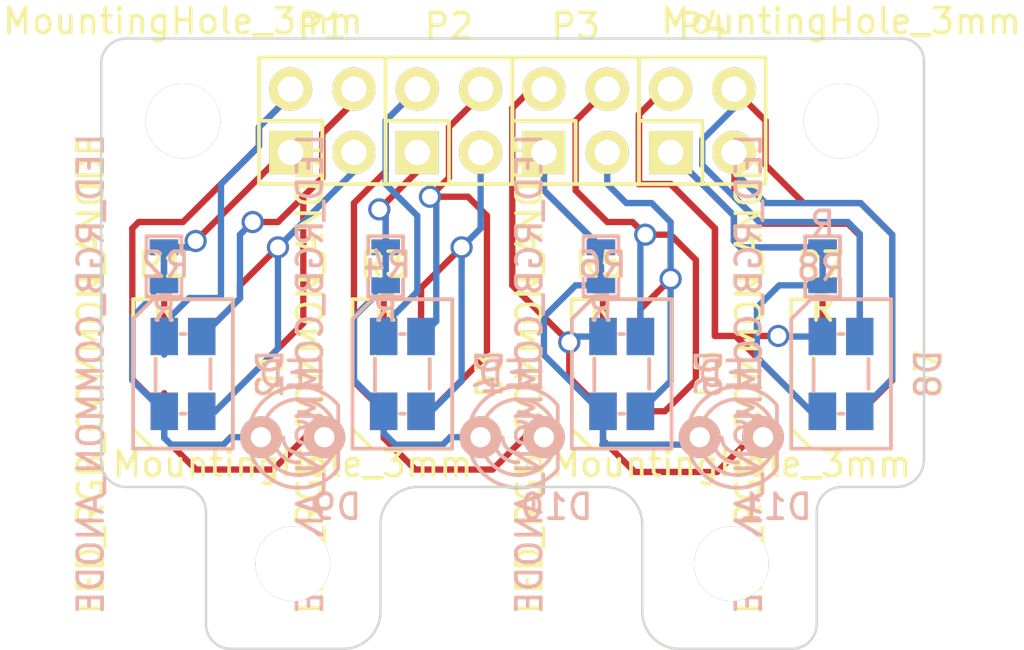
<source format=kicad_pcb>
(kicad_pcb (version 20221018) (generator pcbnew)
  (layers (0 "F.Cu" signal) (31 "B.Cu" signal) (34 "B.Paste" user) (35 "F.Paste" user) (36 "B.SilkS" user "B.Silkscreen") (37 "F.SilkS" user "F.Silkscreen") (38 "B.Mask" user) (39 "F.Mask" user) (44 "Edge.Cuts" user))
  (net 0 "")
  (net 1 "Net-(D1-Pad1)")
  (net 2 "Net-(D1-Pad2)")
  (net 3 "Net-(D1-Pad3)")
  (net 4 "Net-(D1-Pad4)")
  (net 5 "Net-(D3-Pad2)")
  (net 6 "Net-(D3-Pad3)")
  (net 7 "Net-(D5-Pad2)")
  (net 8 "Net-(D5-Pad3)")
  (net 9 "Net-(D7-Pad2)")
  (net 10 "Net-(D7-Pad3)")
  (net 11 "Net-(D10-Pad2)")
  (net 12 "Net-(D10-Pad1)")
  (net 13 "Net-(D11-Pad2)")
  (net 14 "Net-(D11-Pad1)")
  (net 15 "Net-(D12-Pad2)")
  (net 16 "Net-(D12-Pad1)")
  (footprint "Mounting_Holes:MountingHole_3mm" (layer "F.Cu") (at 89.61968 63.246)
    (fp_text reference "MountingHole_3mm" (at 0 -4.0005) (layer "F.SilkS"))
    (fp_text value "VAL**" hide)
    (pad "" thru_hole circle (at 0 0) (size 2.99974 2.99974) (drill 2.99974) (layers))
  )
  (footprint "Mounting_Holes:MountingHole_3mm" (layer "F.Cu") (at 63.224 63.246)
    (fp_text reference "MountingHole_3mm" (at 0 -4.0005) (layer "F.SilkS"))
    (fp_text value "VAL**" hide)
    (pad "" thru_hole circle (at 0 0) (size 2.99974 2.99974) (drill 2.99974) (layers))
  )
  (footprint "Mounting_Holes:MountingHole_3mm" (layer "F.Cu") (at 85.2204 81.026)
    (fp_text reference "MountingHole_3mm" (at 0 -4.0005) (layer "F.SilkS"))
    (fp_text value "VAL**" hide)
    (pad "" thru_hole circle (at 0 0) (size 2.99974 2.99974) (drill 2.99974) (layers))
  )
  (footprint "Mounting_Holes:MountingHole_3mm" (layer "F.Cu") (at 67.62328 81.026)
    (fp_text reference "MountingHole_3mm" (at 0 -4.0005) (layer "F.SilkS"))
    (fp_text value "VAL**" hide)
    (pad "" thru_hole circle (at 0 0) (size 2.99974 2.99974) (drill 2.99974) (layers))
  )
  (footprint "SMD:PLCC-4" (layer "F.Cu") (at 63.224 73.406 90)
    (fp_text reference "D1" (at 0 3.5 90) (layer "F.SilkS"))
    (fp_text value "LED_RGB_COMMON_ANODE" (at 0 -3.7 90) (layer "F.SilkS"))
    (pad "1" smd rect (at -1.5 -0.75) (size 1.1 1.5) (layers "F.Cu" "F.Paste" "F.Mask") (net 1 "Net-(D1-Pad1)"))
    (pad "2" smd rect (at -1.5 0.75) (size 1.1 1.5) (layers "F.Cu" "F.Paste" "F.Mask") (net 2 "Net-(D1-Pad2)"))
    (pad "3" smd rect (at 1.5 0.75) (size 1.1 1.5) (layers "F.Cu" "F.Paste" "F.Mask") (net 3 "Net-(D1-Pad3)"))
    (pad "4" smd rect (at 1.5 -0.75) (size 1.1 1.5) (layers "F.Cu" "F.Paste" "F.Mask") (net 4 "Net-(D1-Pad4)"))
  )
  (footprint "SMD:PLCC-4" (layer "F.Cu") (at 72.02256 73.406 90)
    (fp_text reference "D3" (at 0 3.5 90) (layer "F.SilkS"))
    (fp_text value "LED_RGB_COMMON_ANODE" (at 0 -3.7 90) (layer "F.SilkS"))
    (pad "1" smd rect (at -1.5 -0.75) (size 1.1 1.5) (layers "F.Cu" "F.Paste" "F.Mask") (net 11 "Net-(D10-Pad2)"))
    (pad "2" smd rect (at -1.5 0.75) (size 1.1 1.5) (layers "F.Cu" "F.Paste" "F.Mask") (net 5 "Net-(D3-Pad2)"))
    (pad "3" smd rect (at 1.5 0.75) (size 1.1 1.5) (layers "F.Cu" "F.Paste" "F.Mask") (net 6 "Net-(D3-Pad3)"))
    (pad "4" smd rect (at 1.5 -0.75) (size 1.1 1.5) (layers "F.Cu" "F.Paste" "F.Mask") (net 12 "Net-(D10-Pad1)"))
  )
  (footprint "SMD:PLCC-4" (layer "F.Cu") (at 80.82112 73.406 90)
    (fp_text reference "D5" (at 0 3.5 90) (layer "F.SilkS"))
    (fp_text value "LED_RGB_COMMON_ANODE" (at 0 -3.7 90) (layer "F.SilkS"))
    (pad "1" smd rect (at -1.5 -0.75) (size 1.1 1.5) (layers "F.Cu" "F.Paste" "F.Mask") (net 13 "Net-(D11-Pad2)"))
    (pad "2" smd rect (at -1.5 0.75) (size 1.1 1.5) (layers "F.Cu" "F.Paste" "F.Mask") (net 7 "Net-(D5-Pad2)"))
    (pad "3" smd rect (at 1.5 0.75) (size 1.1 1.5) (layers "F.Cu" "F.Paste" "F.Mask") (net 8 "Net-(D5-Pad3)"))
    (pad "4" smd rect (at 1.5 -0.75) (size 1.1 1.5) (layers "F.Cu" "F.Paste" "F.Mask") (net 14 "Net-(D11-Pad1)"))
  )
  (footprint "SMD:PLCC-4" (layer "F.Cu") (at 89.61968 73.406 90)
    (fp_text reference "D7" (at 0 3.5 90) (layer "F.SilkS"))
    (fp_text value "LED_RGB_COMMON_ANODE" (at 0 -3.7 90) (layer "F.SilkS"))
    (pad "1" smd rect (at -1.5 -0.75) (size 1.1 1.5) (layers "F.Cu" "F.Paste" "F.Mask") (net 15 "Net-(D12-Pad2)"))
    (pad "2" smd rect (at -1.5 0.75) (size 1.1 1.5) (layers "F.Cu" "F.Paste" "F.Mask") (net 9 "Net-(D7-Pad2)"))
    (pad "3" smd rect (at 1.5 0.75) (size 1.1 1.5) (layers "F.Cu" "F.Paste" "F.Mask") (net 10 "Net-(D7-Pad3)"))
    (pad "4" smd rect (at 1.5 -0.75) (size 1.1 1.5) (layers "F.Cu" "F.Paste" "F.Mask") (net 16 "Net-(D12-Pad1)"))
  )
  (footprint "Pin_Headers:Pin_Header_Straight_2x02" (layer "F.Cu") (at 68.812 63.246)
    (fp_text reference "P1" (at 0 -3.81) (layer "F.SilkS"))
    (fp_text value "CONN_2X2" hide)
    (pad "1" thru_hole rect (at -1.27 1.27) (size 1.7272 1.7272) (drill 1.016) (layers "*.Cu" "*.Mask" "F.SilkS") (net 4 "Net-(D1-Pad4)"))
    (pad "2" thru_hole oval (at -1.27 -1.27) (size 1.7272 1.7272) (drill 1.016) (layers "*.Cu" "*.Mask" "F.SilkS") (net 1 "Net-(D1-Pad1)"))
    (pad "3" thru_hole oval (at 1.27 1.27) (size 1.7272 1.7272) (drill 1.016) (layers "*.Cu" "*.Mask" "F.SilkS") (net 3 "Net-(D1-Pad3)"))
    (pad "4" thru_hole oval (at 1.27 -1.27) (size 1.7272 1.7272) (drill 1.016) (layers "*.Cu" "*.Mask" "F.SilkS") (net 2 "Net-(D1-Pad2)"))
  )
  (footprint "Pin_Headers:Pin_Header_Straight_2x02" (layer "F.Cu") (at 73.892 63.246)
    (fp_text reference "P2" (at 0 -3.81) (layer "F.SilkS"))
    (fp_text value "CONN_2X2" hide)
    (pad "1" thru_hole rect (at -1.27 1.27) (size 1.7272 1.7272) (drill 1.016) (layers "*.Cu" "*.Mask" "F.SilkS") (net 12 "Net-(D10-Pad1)"))
    (pad "2" thru_hole oval (at -1.27 -1.27) (size 1.7272 1.7272) (drill 1.016) (layers "*.Cu" "*.Mask" "F.SilkS") (net 11 "Net-(D10-Pad2)"))
    (pad "3" thru_hole oval (at 1.27 1.27) (size 1.7272 1.7272) (drill 1.016) (layers "*.Cu" "*.Mask" "F.SilkS") (net 6 "Net-(D3-Pad3)"))
    (pad "4" thru_hole oval (at 1.27 -1.27) (size 1.7272 1.7272) (drill 1.016) (layers "*.Cu" "*.Mask" "F.SilkS") (net 5 "Net-(D3-Pad2)"))
  )
  (footprint "Pin_Headers:Pin_Header_Straight_2x02" (layer "F.Cu") (at 78.972 63.246)
    (fp_text reference "P3" (at 0 -3.81) (layer "F.SilkS"))
    (fp_text value "CONN_2X2" hide)
    (pad "1" thru_hole rect (at -1.27 1.27) (size 1.7272 1.7272) (drill 1.016) (layers "*.Cu" "*.Mask" "F.SilkS") (net 14 "Net-(D11-Pad1)"))
    (pad "2" thru_hole oval (at -1.27 -1.27) (size 1.7272 1.7272) (drill 1.016) (layers "*.Cu" "*.Mask" "F.SilkS") (net 13 "Net-(D11-Pad2)"))
    (pad "3" thru_hole oval (at 1.27 1.27) (size 1.7272 1.7272) (drill 1.016) (layers "*.Cu" "*.Mask" "F.SilkS") (net 8 "Net-(D5-Pad3)"))
    (pad "4" thru_hole oval (at 1.27 -1.27) (size 1.7272 1.7272) (drill 1.016) (layers "*.Cu" "*.Mask" "F.SilkS") (net 7 "Net-(D5-Pad2)"))
  )
  (footprint "Pin_Headers:Pin_Header_Straight_2x02" (layer "F.Cu") (at 84.052 63.246)
    (fp_text reference "P4" (at 0 -3.81) (layer "F.SilkS"))
    (fp_text value "CONN_2X2" hide)
    (pad "1" thru_hole rect (at -1.27 1.27) (size 1.7272 1.7272) (drill 1.016) (layers "*.Cu" "*.Mask" "F.SilkS") (net 16 "Net-(D12-Pad1)"))
    (pad "2" thru_hole oval (at -1.27 -1.27) (size 1.7272 1.7272) (drill 1.016) (layers "*.Cu" "*.Mask" "F.SilkS") (net 15 "Net-(D12-Pad2)"))
    (pad "3" thru_hole oval (at 1.27 1.27) (size 1.7272 1.7272) (drill 1.016) (layers "*.Cu" "*.Mask" "F.SilkS") (net 10 "Net-(D7-Pad3)"))
    (pad "4" thru_hole oval (at 1.27 -1.27) (size 1.7272 1.7272) (drill 1.016) (layers "*.Cu" "*.Mask" "F.SilkS") (net 9 "Net-(D7-Pad2)"))
  )
  (footprint "SMD_Packages:SMD-0603_r" (layer "F.Cu") (at 62.462 69.088 90)
    (fp_text reference "R1" (at 0.0635 -0.0635 180) (layer "F.SilkS"))
    (fp_text value "R" (at -1.69926 0 180) (layer "F.SilkS"))
    (pad "1" smd rect (at -0.762 0 90) (size 0.635 1.143) (layers "F.Cu" "F.Paste" "F.Mask") (net 4 "Net-(D1-Pad4)"))
    (pad "2" smd rect (at 0.762 0 90) (size 0.635 1.143) (layers "F.Cu" "F.Paste" "F.Mask") (net 4 "Net-(D1-Pad4)"))
  )
  (footprint "SMD_Packages:SMD-0603_r" (layer "F.Cu") (at 71.352 69.088 90)
    (fp_text reference "R3" (at 0.0635 -0.0635 180) (layer "F.SilkS"))
    (fp_text value "R" (at -1.69926 0 180) (layer "F.SilkS"))
    (pad "1" smd rect (at -0.762 0 90) (size 0.635 1.143) (layers "F.Cu" "F.Paste" "F.Mask") (net 12 "Net-(D10-Pad1)"))
    (pad "2" smd rect (at 0.762 0 90) (size 0.635 1.143) (layers "F.Cu" "F.Paste" "F.Mask") (net 12 "Net-(D10-Pad1)"))
  )
  (footprint "SMD_Packages:SMD-0603_r" (layer "F.Cu") (at 79.988 69.088 90)
    (fp_text reference "R5" (at 0.0635 -0.0635 180) (layer "F.SilkS"))
    (fp_text value "R" (at -1.69926 0 180) (layer "F.SilkS"))
    (pad "1" smd rect (at -0.762 0 90) (size 0.635 1.143) (layers "F.Cu" "F.Paste" "F.Mask") (net 14 "Net-(D11-Pad1)"))
    (pad "2" smd rect (at 0.762 0 90) (size 0.635 1.143) (layers "F.Cu" "F.Paste" "F.Mask") (net 14 "Net-(D11-Pad1)"))
  )
  (footprint "SMD_Packages:SMD-0603_r" (layer "F.Cu") (at 88.878 69.088 90)
    (fp_text reference "R7" (at 0.0635 -0.0635 180) (layer "F.SilkS"))
    (fp_text value "R" (at -1.69926 0 180) (layer "F.SilkS"))
    (pad "1" smd rect (at -0.762 0 90) (size 0.635 1.143) (layers "F.Cu" "F.Paste" "F.Mask") (net 16 "Net-(D12-Pad1)"))
    (pad "2" smd rect (at 0.762 0 90) (size 0.635 1.143) (layers "F.Cu" "F.Paste" "F.Mask") (net 16 "Net-(D12-Pad1)"))
  )
  (footprint "SMD:PLCC-4" (layer "B.Cu") (at 63.224 73.406 -90)
    (fp_text reference "D2" (at 0 -3.5 270) (layer "B.SilkS") (effects (justify mirror)))
    (fp_text value "LED_RGB_COMMON_ANODE" (at 0 3.7 270) (layer "B.SilkS") (effects (justify mirror)))
    (pad "1" smd rect (at -1.5 0.75) (size 1.1 1.5) (layers "B.Cu" "B.Paste" "B.Mask") (net 1 "Net-(D1-Pad1)"))
    (pad "2" smd rect (at -1.5 -0.75) (size 1.1 1.5) (layers "B.Cu" "B.Paste" "B.Mask") (net 2 "Net-(D1-Pad2)"))
    (pad "3" smd rect (at 1.5 -0.75) (size 1.1 1.5) (layers "B.Cu" "B.Paste" "B.Mask") (net 3 "Net-(D1-Pad3)"))
    (pad "4" smd rect (at 1.5 0.75) (size 1.1 1.5) (layers "B.Cu" "B.Paste" "B.Mask") (net 4 "Net-(D1-Pad4)"))
  )
  (footprint "SMD:PLCC-4" (layer "B.Cu") (at 80.82112 73.406 -90)
    (fp_text reference "D6" (at 0 -3.5 270) (layer "B.SilkS") (effects (justify mirror)))
    (fp_text value "LED_RGB_COMMON_ANODE" (at 0 3.7 270) (layer "B.SilkS") (effects (justify mirror)))
    (pad "1" smd rect (at -1.5 0.75) (size 1.1 1.5) (layers "B.Cu" "B.Paste" "B.Mask") (net 13 "Net-(D11-Pad2)"))
    (pad "2" smd rect (at -1.5 -0.75) (size 1.1 1.5) (layers "B.Cu" "B.Paste" "B.Mask") (net 7 "Net-(D5-Pad2)"))
    (pad "3" smd rect (at 1.5 -0.75) (size 1.1 1.5) (layers "B.Cu" "B.Paste" "B.Mask") (net 8 "Net-(D5-Pad3)"))
    (pad "4" smd rect (at 1.5 0.75) (size 1.1 1.5) (layers "B.Cu" "B.Paste" "B.Mask") (net 14 "Net-(D11-Pad1)"))
  )
  (footprint "SMD:PLCC-4" (layer "B.Cu") (at 89.61968 73.406 -90)
    (fp_text reference "D8" (at 0 -3.5 270) (layer "B.SilkS") (effects (justify mirror)))
    (fp_text value "LED_RGB_COMMON_ANODE" (at 0 3.7 270) (layer "B.SilkS") (effects (justify mirror)))
    (pad "1" smd rect (at -1.5 0.75) (size 1.1 1.5) (layers "B.Cu" "B.Paste" "B.Mask") (net 15 "Net-(D12-Pad2)"))
    (pad "2" smd rect (at -1.5 -0.75) (size 1.1 1.5) (layers "B.Cu" "B.Paste" "B.Mask") (net 9 "Net-(D7-Pad2)"))
    (pad "3" smd rect (at 1.5 -0.75) (size 1.1 1.5) (layers "B.Cu" "B.Paste" "B.Mask") (net 10 "Net-(D7-Pad3)"))
    (pad "4" smd rect (at 1.5 0.75) (size 1.1 1.5) (layers "B.Cu" "B.Paste" "B.Mask") (net 16 "Net-(D12-Pad1)"))
  )
  (footprint "SMD_Packages:SMD-0603_r" (layer "B.Cu") (at 62.462 69.088 90)
    (fp_text reference "R2" (at 0.0635 0.0635) (layer "B.SilkS") (effects (justify mirror)))
    (fp_text value "R" (at -1.69926 0) (layer "B.SilkS") (effects (justify mirror)))
    (pad "1" smd rect (at -0.762 0 90) (size 0.635 1.143) (layers "B.Cu" "B.Paste" "B.Mask") (net 4 "Net-(D1-Pad4)"))
    (pad "2" smd rect (at 0.762 0 90) (size 0.635 1.143) (layers "B.Cu" "B.Paste" "B.Mask") (net 4 "Net-(D1-Pad4)"))
  )
  (footprint "SMD_Packages:SMD-0603_r" (layer "B.Cu") (at 71.352 69.088 90)
    (fp_text reference "R4" (at 0.0635 0.0635) (layer "B.SilkS") (effects (justify mirror)))
    (fp_text value "R" (at -1.69926 0) (layer "B.SilkS") (effects (justify mirror)))
    (pad "1" smd rect (at -0.762 0 90) (size 0.635 1.143) (layers "B.Cu" "B.Paste" "B.Mask") (net 12 "Net-(D10-Pad1)"))
    (pad "2" smd rect (at 0.762 0 90) (size 0.635 1.143) (layers "B.Cu" "B.Paste" "B.Mask") (net 12 "Net-(D10-Pad1)"))
  )
  (footprint "SMD_Packages:SMD-0603_r" (layer "B.Cu") (at 79.988 69.088 90)
    (fp_text reference "R6" (at 0.0635 0.0635) (layer "B.SilkS") (effects (justify mirror)))
    (fp_text value "R" (at -1.69926 0) (layer "B.SilkS") (effects (justify mirror)))
    (pad "1" smd rect (at -0.762 0 90) (size 0.635 1.143) (layers "B.Cu" "B.Paste" "B.Mask") (net 14 "Net-(D11-Pad1)"))
    (pad "2" smd rect (at 0.762 0 90) (size 0.635 1.143) (layers "B.Cu" "B.Paste" "B.Mask") (net 14 "Net-(D11-Pad1)"))
  )
  (footprint "SMD_Packages:SMD-0603_r" (layer "B.Cu") (at 88.878 69.088 -90)
    (fp_text reference "R8" (at 0.0635 0.0635 180) (layer "B.SilkS") (effects (justify mirror)))
    (fp_text value "R" (at -1.69926 0 180) (layer "B.SilkS") (effects (justify mirror)))
    (pad "1" smd rect (at -0.762 0 270) (size 0.635 1.143) (layers "B.Cu" "B.Paste" "B.Mask") (net 16 "Net-(D12-Pad1)"))
    (pad "2" smd rect (at 0.762 0 270) (size 0.635 1.143) (layers "B.Cu" "B.Paste" "B.Mask") (net 16 "Net-(D12-Pad1)"))
  )
  (footprint "SMD:PLCC-4" (layer "B.Cu") (at 72.02256 73.406 -90)
    (fp_text reference "D4" (at 0 -3.5 270) (layer "B.SilkS") (effects (justify mirror)))
    (fp_text value "LED_RGB_COMMON_ANODE" (at 0 3.7 270) (layer "B.SilkS") (effects (justify mirror)))
    (pad "1" smd rect (at -1.5 0.75) (size 1.1 1.5) (layers "B.Cu" "B.Paste" "B.Mask") (net 11 "Net-(D10-Pad2)"))
    (pad "2" smd rect (at -1.5 -0.75) (size 1.1 1.5) (layers "B.Cu" "B.Paste" "B.Mask") (net 5 "Net-(D3-Pad2)"))
    (pad "3" smd rect (at 1.5 -0.75) (size 1.1 1.5) (layers "B.Cu" "B.Paste" "B.Mask") (net 6 "Net-(D3-Pad3)"))
    (pad "4" smd rect (at 1.5 0.75) (size 1.1 1.5) (layers "B.Cu" "B.Paste" "B.Mask") (net 12 "Net-(D10-Pad1)"))
  )
  (footprint "LEDs:LED-3MM" (layer "B.Cu") (at 67.62242 75.946)
    (fp_text reference "D9" (at 1.778 2.794) (layer "B.SilkS") (effects (justify mirror)))
    (fp_text value "LED" (at 0 -2.54) (layer "B.SilkS") (effects (justify mirror)))
    (pad "1" thru_hole circle (at -1.27 0) (size 1.6764 1.6764) (drill 0.8128) (layers "*.Cu" "*.Mask" "B.SilkS") (net 4 "Net-(D1-Pad4)"))
    (pad "2" thru_hole circle (at 1.27 0) (size 1.6764 1.6764) (drill 0.8128) (layers "*.Cu" "*.Mask" "B.SilkS") (net 1 "Net-(D1-Pad1)"))
  )
  (footprint "LEDs:LED-3MM" (layer "B.Cu") (at 76.4286 75.946)
    (fp_text reference "D10" (at 1.778 2.794) (layer "B.SilkS") (effects (justify mirror)))
    (fp_text value "LED" (at 0 -2.54) (layer "B.SilkS") (effects (justify mirror)))
    (pad "1" thru_hole circle (at -1.27 0) (size 1.6764 1.6764) (drill 0.8128) (layers "*.Cu" "*.Mask" "B.SilkS") (net 12 "Net-(D10-Pad1)"))
    (pad "2" thru_hole circle (at 1.27 0) (size 1.6764 1.6764) (drill 0.8128) (layers "*.Cu" "*.Mask" "B.SilkS") (net 11 "Net-(D10-Pad2)"))
  )
  (footprint "LEDs:LED-3MM" (layer "B.Cu") (at 85.21954 75.946)
    (fp_text reference "D11" (at 1.778 2.794) (layer "B.SilkS") (effects (justify mirror)))
    (fp_text value "LED" (at 0 -2.54) (layer "B.SilkS") (effects (justify mirror)))
    (pad "1" thru_hole circle (at -1.27 0) (size 1.6764 1.6764) (drill 0.8128) (layers "*.Cu" "*.Mask" "B.SilkS") (net 14 "Net-(D11-Pad1)"))
    (pad "2" thru_hole circle (at 1.27 0) (size 1.6764 1.6764) (drill 0.8128) (layers "*.Cu" "*.Mask" "B.SilkS") (net 13 "Net-(D11-Pad2)"))
  )
  (gr_arc (start 71.144 82.944) (mid 70.70466 84.00466) (end 69.644 84.444) (stroke (width 0.1)) (layer "Edge.Cuts"))
  (gr_arc (start 88.644 83.444) (mid 88.351107 84.151107) (end 87.644 84.444) (stroke (width 0.1)) (layer "Edge.Cuts"))
  (gr_line (start 92.044 59.944) (end 60.944 59.944) (stroke (width 0.1)) (layer "Edge.Cuts"))
  (gr_line (start 80.144 77.944) (end 72.644 77.944) (stroke (width 0.1)) (layer "Edge.Cuts"))
  (gr_arc (start 88.644 78.944) (mid 88.936893 78.236893) (end 89.644 77.944) (stroke (width 0.1)) (layer "Edge.Cuts"))
  (gr_line (start 81.644 82.944) (end 81.644 79.444) (stroke (width 0.1)) (layer "Edge.Cuts"))
  (gr_line (start 69.644 84.444) (end 65.144 84.444) (stroke (width 0.1)) (layer "Edge.Cuts"))
  (gr_line (start 71.144 79.444) (end 71.144 82.944) (stroke (width 0.1)) (layer "Edge.Cuts"))
  (gr_arc (start 63.144 77.944) (mid 63.851107 78.236893) (end 64.144 78.944) (stroke (width 0.1)) (layer "Edge.Cuts"))
  (gr_arc (start 60.944 77.944) (mid 60.236893 77.651107) (end 59.944 76.944) (stroke (width 0.1)) (layer "Edge.Cuts"))
  (gr_arc (start 59.944 60.944) (mid 60.236893 60.236893) (end 60.944 59.944) (stroke (width 0.1)) (layer "Edge.Cuts"))
  (gr_line (start 92.944 60.844) (end 92.944 76.844) (stroke (width 0.1)) (layer "Edge.Cuts"))
  (gr_arc (start 83.144 84.444) (mid 82.08334 84.00466) (end 81.644 82.944) (stroke (width 0.1)) (layer "Edge.Cuts"))
  (gr_line (start 88.644 78.944) (end 88.644 83.444) (stroke (width 0.1)) (layer "Edge.Cuts"))
  (gr_arc (start 92.044 59.944) (mid 92.680396 60.207604) (end 92.944 60.844) (stroke (width 0.1)) (layer "Edge.Cuts"))
  (gr_line (start 60.944 77.944) (end 63.244 77.944) (stroke (width 0.1)) (layer "Edge.Cuts"))
  (gr_arc (start 71.144 79.444) (mid 71.58334 78.38334) (end 72.644 77.944) (stroke (width 0.1)) (layer "Edge.Cuts"))
  (gr_line (start 91.844 77.944) (end 89.644 77.944) (stroke (width 0.1)) (layer "Edge.Cuts"))
  (gr_arc (start 92.944 76.844) (mid 92.621817 77.621817) (end 91.844 77.944) (stroke (width 0.1)) (layer "Edge.Cuts"))
  (gr_line (start 64.144 78.944) (end 64.144 83.444) (stroke (width 0.1)) (layer "Edge.Cuts"))
  (gr_arc (start 80.144 77.944) (mid 81.20466 78.38334) (end 81.644 79.444) (stroke (width 0.1)) (layer "Edge.Cuts"))
  (gr_arc (start 65.144 84.444) (mid 64.436893 84.151107) (end 64.144 83.444) (stroke (width 0.1)) (layer "Edge.Cuts"))
  (gr_line (start 59.944 60.844) (end 59.944 76.944) (stroke (width 0.1)) (layer "Edge.Cuts"))
  (gr_line (start 87.644 84.444) (end 83.144 84.444) (stroke (width 0.1)) (layer "Edge.Cuts"))
  (segment (start 67.542 62.23) (end 66.272 63.5) (width 0.254) (layer "F.Cu") (net 1))
  (segment (start 66.272 63.5) (end 66.272 64.262) (width 0.254) (layer "F.Cu") (net 1))
  (segment (start 66.272 64.262) (end 63.224 67.31) (width 0.254) (layer "F.Cu") (net 1))
  (segment (start 63.224 67.31) (end 61.446 67.31) (width 0.254) (layer "F.Cu") (net 1))
  (segment (start 61.446 67.31) (end 61.192 67.564) (width 0.254) (layer "F.Cu") (net 1))
  (segment (start 61.192 67.564) (end 61.192 73.624) (width 0.254) (layer "F.Cu") (net 1))
  (segment (start 61.192 73.624) (end 62.474 74.906) (width 0.254) (layer "F.Cu") (net 1))
  (segment (start 66.272 64.262) (end 66.272 63.5) (width 0.254) (layer "F.Cu") (net 1))
  (segment (start 66.272 63.5) (end 67.542 62.23) (width 0.254) (layer "F.Cu") (net 1))
  (segment (start 67.542 62.23) (end 67.542 61.976) (width 0.254) (layer "F.Cu") (net 1))
  (segment (start 68.142 75.946) (end 66.844 77.244) (width 0.254) (layer "F.Cu") (net 1))
  (segment (start 66.844 77.244) (end 63.744 77.244) (width 0.254) (layer "F.Cu") (net 1))
  (segment (start 63.744 77.244) (end 62.474 75.974) (width 0.254) (layer "F.Cu") (net 1))
  (segment (start 62.474 75.974) (end 62.474 74.906) (width 0.254) (layer "F.Cu") (net 1))
  (segment (start 62.474 74.906) (end 62.474 74.18) (width 0.254) (layer "F.Cu") (net 1))
  (segment (start 68.89242 75.946) (end 68.142 75.946) (width 0.254) (layer "F.Cu") (net 1))
  (segment (start 67.542 61.976) (end 67.542 62.23) (width 0.254) (layer "F.Cu") (net 1))
  (segment (start 62.474 72.632) (end 62.474 71.906) (width 0.254) (layer "B.Cu") (net 1))
  (segment (start 67.542 62.23) (end 67.542 61.976) (width 0.254) (layer "B.Cu") (net 1))
  (segment (start 62.474 71.362) (end 63.478 70.358) (width 0.254) (layer "B.Cu") (net 1))
  (segment (start 63.478 70.358) (end 64.748 70.358) (width 0.254) (layer "B.Cu") (net 1))
  (segment (start 64.748 70.358) (end 64.748 66.04) (width 0.254) (layer "B.Cu") (net 1))
  (segment (start 64.748 66.04) (end 64.748 65.786) (width 0.254) (layer "B.Cu") (net 1))
  (segment (start 64.748 65.786) (end 66.272 64.262) (width 0.254) (layer "B.Cu") (net 1))
  (segment (start 66.272 64.262) (end 66.272 63.5) (width 0.254) (layer "B.Cu") (net 1))
  (segment (start 66.272 63.5) (end 67.542 62.23) (width 0.254) (layer "B.Cu") (net 1))
  (segment (start 67.542 62.23) (end 67.542 61.976) (width 0.254) (layer "B.Cu") (net 1))
  (segment (start 62.474 71.906) (end 62.474 71.405576) (width 0.254) (layer "B.Cu") (net 1))
  (segment (start 62.474 71.906) (end 62.474 71.362) (width 0.254) (layer "B.Cu") (net 1))
  (segment (start 70.082 62.484) (end 68.812 63.754) (width 0.254) (layer "F.Cu") (net 2))
  (segment (start 68.812 63.754) (end 68.812 65.532) (width 0.254) (layer "F.Cu") (net 2))
  (segment (start 68.812 65.532) (end 67.034 67.31) (width 0.254) (layer "F.Cu") (net 2))
  (segment (start 67.034 67.31) (end 66.018 67.31) (width 0.254) (layer "F.Cu") (net 2))
  (segment (start 64.518 74.906) (end 68.05 71.374) (width 0.254) (layer "F.Cu") (net 2))
  (segment (start 68.05 71.374) (end 68.05 66.294) (width 0.254) (layer "F.Cu") (net 2))
  (segment (start 68.05 66.294) (end 68.812 65.532) (width 0.254) (layer "F.Cu") (net 2))
  (segment (start 68.812 65.532) (end 68.812 63.754) (width 0.254) (layer "F.Cu") (net 2))
  (segment (start 68.812 63.754) (end 70.082 62.484) (width 0.254) (layer "F.Cu") (net 2))
  (segment (start 70.082 62.484) (end 70.082 61.976) (width 0.254) (layer "F.Cu") (net 2))
  (segment (start 63.974 74.906) (end 64.518 74.906) (width 0.254) (layer "F.Cu") (net 2))
  (segment (start 70.082 61.976) (end 70.082 62.484) (width 0.254) (layer "F.Cu") (net 2))
  (via (at 66.018 67.31) (size 0.889) (drill 0.635) (layers "F.Cu" "B.Cu") (net 2))
  (segment (start 66.018 67.31) (end 65.51 67.818) (width 0.254) (layer "B.Cu") (net 2))
  (segment (start 65.51 67.818) (end 65.51 70.37) (width 0.254) (layer "B.Cu") (net 2))
  (segment (start 65.51 70.37) (end 63.974 71.906) (width 0.254) (layer "B.Cu") (net 2))
  (segment (start 63.974 72.402) (end 63.974 71.906) (width 0.254) (layer "F.Cu") (net 3))
  (segment (start 67.034 68.326) (end 65.51 69.85) (width 0.254) (layer "F.Cu") (net 3))
  (segment (start 65.51 69.85) (end 65.51 70.37) (width 0.254) (layer "F.Cu") (net 3))
  (segment (start 65.51 70.37) (end 63.974 71.906) (width 0.254) (layer "F.Cu") (net 3))
  (via (at 67.034 68.326) (size 0.889) (drill 0.635) (layers "F.Cu" "B.Cu") (net 3))
  (segment (start 70.082 65.278) (end 67.034 68.326) (width 0.254) (layer "B.Cu") (net 3))
  (segment (start 64.518 74.906) (end 67.034 72.39) (width 0.254) (layer "B.Cu") (net 3))
  (segment (start 67.034 72.39) (end 67.034 68.326) (width 0.254) (layer "B.Cu") (net 3))
  (segment (start 63.974 74.906) (end 63.974 74.41) (width 0.254) (layer "B.Cu") (net 3))
  (segment (start 70.082 64.516) (end 70.082 65.278) (width 0.254) (layer "B.Cu") (net 3))
  (segment (start 63.974 74.906) (end 64.518 74.906) (width 0.254) (layer "B.Cu") (net 3))
  (segment (start 63.478 68.326) (end 63.732 68.072) (width 0.254) (layer "F.Cu") (net 4))
  (segment (start 62.474 69.862) (end 62.462 69.85) (width 0.254) (layer "F.Cu") (net 4))
  (segment (start 63.732 68.072) (end 67.288 64.516) (width 0.254) (layer "F.Cu") (net 4))
  (segment (start 67.288 64.516) (end 67.542 64.516) (width 0.254) (layer "F.Cu") (net 4))
  (segment (start 62.474 71.906) (end 62.474 69.862) (width 0.254) (layer "F.Cu") (net 4))
  (segment (start 62.462 68.326) (end 63.478 68.326) (width 0.254) (layer "F.Cu") (net 4))
  (segment (start 62.462 69.85) (end 62.462 68.326) (width 0.254) (layer "F.Cu") (net 4))
  (via (at 63.732 68.072) (size 0.889) (drill 0.635) (layers "F.Cu" "B.Cu") (net 4))
  (segment (start 63.478 68.326) (end 63.732 68.072) (width 0.254) (layer "B.Cu") (net 4))
  (segment (start 62.438 74.906) (end 61.192 73.66) (width 0.254) (layer "B.Cu") (net 4))
  (segment (start 61.192 73.66) (end 61.192 71.12) (width 0.254) (layer "B.Cu") (net 4))
  (segment (start 61.192 71.12) (end 62.462 69.85) (width 0.254) (layer "B.Cu") (net 4))
  (segment (start 63.478 68.326) (end 63.732 68.072) (width 0.254) (layer "B.Cu") (net 4))
  (segment (start 63.478 68.326) (end 63.732 68.072) (width 0.254) (layer "B.Cu") (net 4))
  (segment (start 65.142 75.946) (end 64.844 76.244) (width 0.254) (layer "B.Cu") (net 4))
  (segment (start 64.844 76.244) (end 62.744 76.244) (width 0.254) (layer "B.Cu") (net 4))
  (segment (start 62.744 76.244) (end 62.474 75.974) (width 0.254) (layer "B.Cu") (net 4))
  (segment (start 62.474 75.974) (end 62.474 74.906) (width 0.254) (layer "B.Cu") (net 4))
  (segment (start 66.35242 75.946) (end 65.142 75.946) (width 0.254) (layer "B.Cu") (net 4))
  (segment (start 62.462 68.326) (end 62.462 69.85) (width 0.254) (layer "B.Cu") (net 4))
  (segment (start 62.474 74.906) (end 62.438 74.906) (width 0.254) (layer "B.Cu") (net 4))
  (segment (start 62.462 68.326) (end 63.478 68.326) (width 0.254) (layer "B.Cu") (net 4))
  (segment (start 75.162 62.23) (end 73.892 63.5) (width 0.254) (layer "F.Cu") (net 5))
  (segment (start 73.892 63.5) (end 73.892 65.532) (width 0.254) (layer "F.Cu") (net 5))
  (segment (start 73.892 65.532) (end 73.13 66.294) (width 0.254) (layer "F.Cu") (net 5))
  (segment (start 73.154 74.906) (end 75.416 72.644) (width 0.254) (layer "F.Cu") (net 5))
  (segment (start 75.416 72.644) (end 75.416 67.056) (width 0.254) (layer "F.Cu") (net 5))
  (segment (start 75.416 67.056) (end 74.654 66.294) (width 0.254) (layer "F.Cu") (net 5))
  (segment (start 74.654 66.294) (end 73.13 66.294) (width 0.254) (layer "F.Cu") (net 5))
  (segment (start 75.162 61.976) (end 75.162 62.23) (width 0.254) (layer "F.Cu") (net 5))
  (segment (start 72.77256 74.906) (end 73.154 74.906) (width 0.254) (layer "F.Cu") (net 5))
  (via (at 73.13 66.294) (size 0.889) (drill 0.635) (layers "F.Cu" "B.Cu") (net 5))
  (segment (start 73.13 66.294) (end 73.384 66.548) (width 0.254) (layer "B.Cu") (net 5))
  (segment (start 73.384 66.548) (end 73.384 71.29456) (width 0.254) (layer "B.Cu") (net 5))
  (segment (start 73.384 71.29456) (end 72.77256 71.906) (width 0.254) (layer "B.Cu") (net 5))
  (segment (start 72.77256 72.49344) (end 72.77256 71.906) (width 0.254) (layer "F.Cu") (net 6))
  (segment (start 74.4 68.326) (end 72.77256 69.95344) (width 0.254) (layer "F.Cu") (net 6))
  (segment (start 72.77256 69.95344) (end 72.77256 71.906) (width 0.254) (layer "F.Cu") (net 6))
  (via (at 74.4 68.326) (size 0.889) (drill 0.635) (layers "F.Cu" "B.Cu") (net 6))
  (segment (start 73.182 74.906) (end 74.4 73.688) (width 0.254) (layer "B.Cu") (net 6))
  (segment (start 74.4 73.688) (end 74.4 68.326) (width 0.254) (layer "B.Cu") (net 6))
  (segment (start 75.162 67.564) (end 74.4 68.326) (width 0.254) (layer "B.Cu") (net 6))
  (segment (start 72.77256 74.906) (end 72.77256 74.31856) (width 0.254) (layer "B.Cu") (net 6))
  (segment (start 72.77256 74.906) (end 73.182 74.906) (width 0.254) (layer "B.Cu") (net 6))
  (segment (start 75.162 64.516) (end 75.162 67.564) (width 0.254) (layer "B.Cu") (net 6))
  (segment (start 78.972 63.246) (end 78.972 66.04) (width 0.254) (layer "F.Cu") (net 7))
  (segment (start 78.972 66.04) (end 80.242 67.31) (width 0.254) (layer "F.Cu") (net 7))
  (segment (start 80.242 67.31) (end 81.258 67.31) (width 0.254) (layer "F.Cu") (net 7))
  (segment (start 81.258 67.31) (end 81.766 67.818) (width 0.254) (layer "F.Cu") (net 7))
  (segment (start 82.552 74.906) (end 83.798 73.66) (width 0.254) (layer "F.Cu") (net 7))
  (segment (start 83.798 73.66) (end 83.798 68.834) (width 0.254) (layer "F.Cu") (net 7))
  (segment (start 83.798 68.834) (end 82.782 67.818) (width 0.254) (layer "F.Cu") (net 7))
  (segment (start 82.782 67.818) (end 81.766 67.818) (width 0.254) (layer "F.Cu") (net 7))
  (segment (start 81.57112 74.906) (end 82.044 74.906) (width 0.254) (layer "F.Cu") (net 7))
  (segment (start 80.242 61.976) (end 78.972 63.246) (width 0.254) (layer "F.Cu") (net 7))
  (segment (start 81.57112 74.906) (end 82.552 74.906) (width 0.254) (layer "F.Cu") (net 7))
  (via (at 81.766 67.818) (size 0.889) (drill 0.635) (layers "F.Cu" "B.Cu") (net 7))
  (segment (start 81.766 67.818) (end 81.57112 68.01288) (width 0.254) (layer "B.Cu") (net 7))
  (segment (start 81.57112 68.01288) (end 81.57112 71.906) (width 0.254) (layer "B.Cu") (net 7))
  (segment (start 82.782 69.596) (end 81.57112 70.80688) (width 0.254) (layer "F.Cu") (net 8))
  (segment (start 81.57112 70.80688) (end 81.57112 71.906) (width 0.254) (layer "F.Cu") (net 8))
  (via (at 82.782 69.596) (size 0.889) (drill 0.635) (layers "F.Cu" "B.Cu") (net 8))
  (segment (start 80.242 65.786) (end 81.004 66.548) (width 0.254) (layer "B.Cu") (net 8))
  (segment (start 81.004 66.548) (end 82.02 66.548) (width 0.254) (layer "B.Cu") (net 8))
  (segment (start 82.02 66.548) (end 82.782 67.31) (width 0.254) (layer "B.Cu") (net 8))
  (segment (start 82.782 67.31) (end 82.782 69.596) (width 0.254) (layer "B.Cu") (net 8))
  (segment (start 82.782 73.69512) (end 81.57112 74.906) (width 0.254) (layer "B.Cu") (net 8))
  (segment (start 82.782 69.596) (end 82.782 73.69512) (width 0.254) (layer "B.Cu") (net 8))
  (segment (start 80.242 64.516) (end 80.242 65.786) (width 0.254) (layer "B.Cu") (net 8))
  (segment (start 86.338 62.992) (end 86.592 63.246) (width 0.254) (layer "F.Cu") (net 9))
  (segment (start 86.592 63.246) (end 86.592 65.024) (width 0.254) (layer "F.Cu") (net 9))
  (segment (start 86.592 65.024) (end 88.116 66.548) (width 0.254) (layer "F.Cu") (net 9))
  (segment (start 88.116 66.548) (end 90.402 66.548) (width 0.254) (layer "F.Cu") (net 9))
  (segment (start 90.402 66.548) (end 91.672 67.818) (width 0.254) (layer "F.Cu") (net 9))
  (segment (start 91.672 67.818) (end 91.672 73.66) (width 0.254) (layer "F.Cu") (net 9))
  (segment (start 91.672 73.66) (end 90.426 74.906) (width 0.254) (layer "F.Cu") (net 9))
  (segment (start 90.426 74.906) (end 90.36968 74.906) (width 0.254) (layer "F.Cu") (net 9))
  (segment (start 85.322 61.976) (end 86.338 62.992) (width 0.254) (layer "F.Cu") (net 9))
  (segment (start 85.322 62.738) (end 84.052 64.008) (width 0.254) (layer "B.Cu") (net 9))
  (segment (start 84.052 64.008) (end 84.052 65.024) (width 0.254) (layer "B.Cu") (net 9))
  (segment (start 84.052 65.024) (end 86.338 67.31) (width 0.254) (layer "B.Cu") (net 9))
  (segment (start 86.338 67.31) (end 89.894 67.31) (width 0.254) (layer "B.Cu") (net 9))
  (segment (start 89.894 67.31) (end 90.36968 67.78568) (width 0.254) (layer "B.Cu") (net 9))
  (segment (start 90.36968 67.78568) (end 90.36968 71.906) (width 0.254) (layer "B.Cu") (net 9))
  (segment (start 85.322 61.976) (end 85.322 62.738) (width 0.254) (layer "B.Cu") (net 9))
  (segment (start 90.36968 67.85032) (end 89.894 67.37464) (width 0.254) (layer "F.Cu") (net 10))
  (segment (start 89.894 67.37464) (end 86.40264 67.37464) (width 0.254) (layer "F.Cu") (net 10))
  (segment (start 86.40264 67.37464) (end 85.343788 66.315788) (width 0.254) (layer "F.Cu") (net 10))
  (segment (start 85.343788 66.315788) (end 85.343788 64.537788) (width 0.254) (layer "F.Cu") (net 10))
  (segment (start 85.343788 64.537788) (end 85.322 64.516) (width 0.254) (layer "F.Cu") (net 10))
  (segment (start 90.36968 71.906) (end 90.36968 67.85032) (width 0.254) (layer "F.Cu") (net 10))
  (segment (start 85.322 65.278) (end 86.592 66.548) (width 0.254) (layer "B.Cu") (net 10))
  (segment (start 86.592 66.548) (end 90.402 66.548) (width 0.254) (layer "B.Cu") (net 10))
  (segment (start 90.402 66.548) (end 91.672 67.818) (width 0.254) (layer "B.Cu") (net 10))
  (segment (start 91.672 67.818) (end 91.672 73.60368) (width 0.254) (layer "B.Cu") (net 10))
  (segment (start 91.672 73.60368) (end 90.36968 74.906) (width 0.254) (layer "B.Cu") (net 10))
  (segment (start 85.322 64.516) (end 85.322 65.278) (width 0.254) (layer "B.Cu") (net 10))
  (segment (start 85.322 64.516) (end 85.322 64.77) (width 0.254) (layer "B.Cu") (net 10))
  (segment (start 90.36968 74.906) (end 90.426 74.906) (width 0.254) (layer "B.Cu") (net 10))
  (segment (start 71.352 63.246) (end 71.352 65.278) (width 0.254) (layer "F.Cu") (net 11))
  (segment (start 71.352 65.278) (end 70.082 66.548) (width 0.254) (layer "F.Cu") (net 11))
  (segment (start 70.082 66.548) (end 70.082 73.71544) (width 0.254) (layer "F.Cu") (net 11))
  (segment (start 70.082 73.71544) (end 71.27256 74.906) (width 0.254) (layer "F.Cu") (net 11))
  (segment (start 76.942 75.946) (end 75.644 77.244) (width 0.254) (layer "F.Cu") (net 11))
  (segment (start 75.644 77.244) (end 72.544 77.244) (width 0.254) (layer "F.Cu") (net 11))
  (segment (start 72.544 77.244) (end 71.27256 75.97256) (width 0.254) (layer "F.Cu") (net 11))
  (segment (start 71.27256 75.97256) (end 71.27256 74.906) (width 0.254) (layer "F.Cu") (net 11))
  (segment (start 77.6986 75.946) (end 76.942 75.946) (width 0.254) (layer "F.Cu") (net 11))
  (segment (start 72.622 61.976) (end 71.352 63.246) (width 0.254) (layer "F.Cu") (net 11))
  (segment (start 71.27256 71.45344) (end 72.622 70.104) (width 0.254) (layer "B.Cu") (net 11))
  (segment (start 72.622 70.104) (end 72.622 67.056) (width 0.254) (layer "B.Cu") (net 11))
  (segment (start 72.622 67.056) (end 71.352 65.786) (width 0.254) (layer "B.Cu") (net 11))
  (segment (start 71.352 65.786) (end 71.352 63.246) (width 0.254) (layer "B.Cu") (net 11))
  (segment (start 71.352 63.246) (end 72.622 61.976) (width 0.254) (layer "B.Cu") (net 11))
  (segment (start 71.27256 71.906) (end 71.27256 71.45344) (width 0.254) (layer "B.Cu") (net 11))
  (segment (start 71.27256 69.92944) (end 71.352 69.85) (width 0.254) (layer "F.Cu") (net 12))
  (segment (start 72.622 65.278) (end 71.098 66.802) (width 0.254) (layer "F.Cu") (net 12))
  (segment (start 71.352 67.056) (end 71.098 66.802) (width 0.254) (layer "F.Cu") (net 12))
  (segment (start 71.27256 71.906) (end 71.27256 69.92944) (width 0.254) (layer "F.Cu") (net 12))
  (segment (start 72.622 64.516) (end 72.622 65.278) (width 0.254) (layer "F.Cu") (net 12))
  (segment (start 71.352 68.326) (end 71.352 69.85) (width 0.254) (layer "F.Cu") (net 12))
  (segment (start 71.352 68.326) (end 71.352 67.056) (width 0.254) (layer "F.Cu") (net 12))
  (via (at 71.098 66.802) (size 0.889) (drill 0.635) (layers "F.Cu" "B.Cu") (net 12))
  (segment (start 71.27256 74.85056) (end 70.082 73.66) (width 0.254) (layer "B.Cu") (net 12))
  (segment (start 70.082 73.66) (end 70.082 71.12) (width 0.254) (layer "B.Cu") (net 12))
  (segment (start 70.082 71.12) (end 71.352 69.85) (width 0.254) (layer "B.Cu") (net 12))
  (segment (start 71.098 66.802) (end 71.352 67.056) (width 0.254) (layer "B.Cu") (net 12))
  (segment (start 71.352 67.056) (end 71.098 66.802) (width 0.254) (layer "B.Cu") (net 12))
  (segment (start 73.942 75.946) (end 73.644 76.244) (width 0.254) (layer "B.Cu") (net 12))
  (segment (start 73.644 76.244) (end 71.744 76.244) (width 0.254) (layer "B.Cu") (net 12))
  (segment (start 71.744 76.244) (end 71.27256 75.77256) (width 0.254) (layer "B.Cu") (net 12))
  (segment (start 71.27256 75.77256) (end 71.27256 74.906) (width 0.254) (layer "B.Cu") (net 12))
  (segment (start 75.1586 75.946) (end 73.942 75.946) (width 0.254) (layer "B.Cu") (net 12))
  (segment (start 71.27256 74.906) (end 71.27256 74.85056) (width 0.254) (layer "B.Cu") (net 12))
  (segment (start 71.352 69.85) (end 71.352 68.326) (width 0.254) (layer "B.Cu") (net 12))
  (segment (start 71.352 68.326) (end 71.352 67.056) (width 0.254) (layer "B.Cu") (net 12))
  (segment (start 77.194 61.976) (end 76.432 62.738) (width 0.254) (layer "F.Cu") (net 13))
  (segment (start 76.432 62.738) (end 76.432 69.85) (width 0.254) (layer "F.Cu") (net 13))
  (segment (start 76.432 69.85) (end 78.718 72.136) (width 0.254) (layer "F.Cu") (net 13))
  (segment (start 78.718 73.55288) (end 80.07112 74.906) (width 0.254) (layer "F.Cu") (net 13))
  (segment (start 86.042 75.946) (end 84.644 77.344) (width 0.254) (layer "F.Cu") (net 13))
  (segment (start 84.644 77.344) (end 81.344 77.344) (width 0.254) (layer "F.Cu") (net 13))
  (segment (start 81.344 77.344) (end 80.07112 76.07112) (width 0.254) (layer "F.Cu") (net 13))
  (segment (start 80.07112 76.07112) (end 80.07112 74.906) (width 0.254) (layer "F.Cu") (net 13))
  (segment (start 78.718 72.136) (end 78.718 73.55288) (width 0.254) (layer "F.Cu") (net 13))
  (segment (start 77.702 61.976) (end 77.194 61.976) (width 0.254) (layer "F.Cu") (net 13))
  (segment (start 86.48954 75.946) (end 86.042 75.946) (width 0.254) (layer "F.Cu") (net 13))
  (via (at 78.718 72.136) (size 0.889) (drill 0.635) (layers "F.Cu" "B.Cu") (net 13))
  (segment (start 78.718 72.136) (end 78.948 71.906) (width 0.254) (layer "B.Cu") (net 13))
  (segment (start 78.948 71.906) (end 80.07112 71.906) (width 0.254) (layer "B.Cu") (net 13))
  (segment (start 80.07112 69.93312) (end 79.988 69.85) (width 0.254) (layer "F.Cu") (net 14))
  (segment (start 77.702 66.04) (end 79.988 68.326) (width 0.254) (layer "F.Cu") (net 14))
  (segment (start 79.988 68.326) (end 79.988 69.85) (width 0.254) (layer "F.Cu") (net 14))
  (segment (start 77.702 64.516) (end 77.702 66.04) (width 0.254) (layer "F.Cu") (net 14))
  (segment (start 80.07112 71.906) (end 80.07112 69.93312) (width 0.254) (layer "F.Cu") (net 14))
  (segment (start 79.964 74.906) (end 77.702 72.644) (width 0.254) (layer "B.Cu") (net 14))
  (segment (start 77.702 72.644) (end 77.702 71.12) (width 0.254) (layer "B.Cu") (net 14))
  (segment (start 77.702 71.12) (end 78.972 69.85) (width 0.254) (layer "B.Cu") (net 14))
  (segment (start 78.972 69.85) (end 79.988 69.85) (width 0.254) (layer "B.Cu") (net 14))
  (segment (start 77.702 66.04) (end 79.988 68.326) (width 0.254) (layer "B.Cu") (net 14))
  (segment (start 83.842 75.946) (end 83.544 76.244) (width 0.254) (layer "B.Cu") (net 14))
  (segment (start 83.544 76.244) (end 80.044 76.244) (width 0.254) (layer "B.Cu") (net 14))
  (segment (start 80.044 76.244) (end 80.07112 76.21688) (width 0.254) (layer "B.Cu") (net 14))
  (segment (start 80.07112 76.21688) (end 80.07112 74.906) (width 0.254) (layer "B.Cu") (net 14))
  (segment (start 80.07112 74.906) (end 79.964 74.906) (width 0.254) (layer "B.Cu") (net 14))
  (segment (start 79.988 69.85) (end 79.988 68.326) (width 0.254) (layer "B.Cu") (net 14))
  (segment (start 77.702 64.516) (end 77.702 66.04) (width 0.254) (layer "B.Cu") (net 14))
  (segment (start 83.94954 75.946) (end 83.842 75.946) (width 0.254) (layer "B.Cu") (net 14))
  (segment (start 84.56 67.564) (end 82.782 65.786) (width 0.254) (layer "F.Cu") (net 15))
  (segment (start 82.782 65.786) (end 81.512 65.786) (width 0.254) (layer "F.Cu") (net 15))
  (segment (start 81.512 65.786) (end 81.512 64.77) (width 0.254) (layer "F.Cu") (net 15))
  (segment (start 81.512 64.77) (end 81.512 62.992) (width 0.254) (layer "F.Cu") (net 15))
  (segment (start 81.512 62.992) (end 82.528 61.976) (width 0.254) (layer "F.Cu") (net 15))
  (segment (start 82.528 61.976) (end 82.782 61.976) (width 0.254) (layer "F.Cu") (net 15))
  (segment (start 87.1 71.882) (end 84.56 71.882) (width 0.254) (layer "F.Cu") (net 15))
  (segment (start 84.56 71.882) (end 84.56 67.564) (width 0.254) (layer "F.Cu") (net 15))
  (segment (start 84.56 67.564) (end 82.782 65.786) (width 0.254) (layer "F.Cu") (net 15))
  (segment (start 82.782 65.786) (end 81.512 65.786) (width 0.254) (layer "F.Cu") (net 15))
  (segment (start 81.512 65.786) (end 81.512 62.992) (width 0.254) (layer "F.Cu") (net 15))
  (segment (start 81.512 62.992) (end 82.528 61.976) (width 0.254) (layer "F.Cu") (net 15))
  (segment (start 82.528 61.976) (end 82.782 61.976) (width 0.254) (layer "F.Cu") (net 15))
  (segment (start 88.406 74.906) (end 85.382 71.882) (width 0.254) (layer "F.Cu") (net 15))
  (segment (start 85.382 71.882) (end 84.56 71.882) (width 0.254) (layer "F.Cu") (net 15))
  (segment (start 84.56 71.882) (end 84.56 67.564) (width 0.254) (layer "F.Cu") (net 15))
  (segment (start 84.56 67.564) (end 82.782 65.786) (width 0.254) (layer "F.Cu") (net 15))
  (segment (start 82.782 65.786) (end 81.512 65.786) (width 0.254) (layer "F.Cu") (net 15))
  (segment (start 81.512 65.786) (end 81.512 62.992) (width 0.254) (layer "F.Cu") (net 15))
  (segment (start 81.512 62.992) (end 82.528 61.976) (width 0.254) (layer "F.Cu") (net 15))
  (segment (start 82.528 61.976) (end 82.782 61.976) (width 0.254) (layer "F.Cu") (net 15))
  (segment (start 88.86968 74.906) (end 88.406 74.906) (width 0.254) (layer "F.Cu") (net 15))
  (via (at 87.1 71.882) (size 0.889) (drill 0.635) (layers "F.Cu" "B.Cu") (net 15))
  (segment (start 87.124 71.906) (end 87.1 71.882) (width 0.254) (layer "B.Cu") (net 15))
  (segment (start 88.86968 71.906) (end 87.124 71.906) (width 0.254) (layer "B.Cu") (net 15))
  (segment (start 88.878 71.89768) (end 88.86968 71.906) (width 0.254) (layer "F.Cu") (net 16))
  (segment (start 85.576 68.326) (end 85.322 68.072) (width 0.254) (layer "F.Cu") (net 16))
  (segment (start 85.322 68.072) (end 85.322 67.056) (width 0.254) (layer "F.Cu") (net 16))
  (segment (start 85.322 67.056) (end 82.782 64.516) (width 0.254) (layer "F.Cu") (net 16))
  (segment (start 88.878 69.85) (end 88.878 71.89768) (width 0.254) (layer "F.Cu") (net 16))
  (segment (start 88.878 68.326) (end 85.576 68.326) (width 0.254) (layer "F.Cu") (net 16))
  (segment (start 88.878 68.326) (end 88.878 69.85) (width 0.254) (layer "F.Cu") (net 16))
  (segment (start 85.322 67.056) (end 85.322 68.072) (width 0.254) (layer "B.Cu") (net 16))
  (segment (start 85.322 68.072) (end 85.576 68.326) (width 0.254) (layer "B.Cu") (net 16))
  (segment (start 85.576 68.326) (end 88.878 68.326) (width 0.254) (layer "B.Cu") (net 16))
  (segment (start 88.406 74.906) (end 86.244 72.744) (width 0.254) (layer "B.Cu") (net 16))
  (segment (start 86.244 72.744) (end 86.244 70.744) (width 0.254) (layer "B.Cu") (net 16))
  (segment (start 86.244 70.744) (end 87.138 69.85) (width 0.254) (layer "B.Cu") (net 16))
  (segment (start 87.138 69.85) (end 88.878 69.85) (width 0.254) (layer "B.Cu") (net 16))
  (segment (start 88.878 69.85) (end 88.878 68.326) (width 0.254) (layer "B.Cu") (net 16))
  (segment (start 88.86968 74.906) (end 88.406 74.906) (width 0.254) (layer "B.Cu") (net 16))
  (segment (start 82.782 64.516) (end 85.322 67.056) (width 0.254) (layer "B.Cu") (net 16))
  (segment (start 88.86968 74.906) (end 88.6 74.906) (width 0.254) (layer "B.Cu") (net 16))
)
</source>
